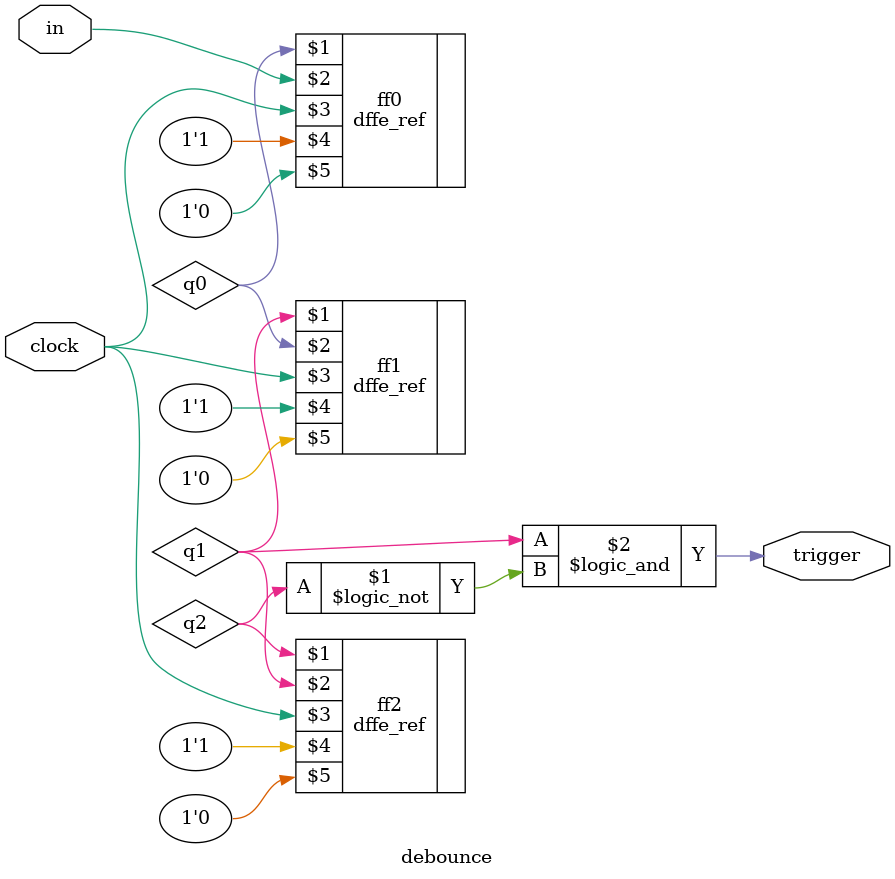
<source format=v>
module debounce(trigger, clock, in);
    input in, clock;
    output trigger;
    
    wire q0, q1, q2;
    dffe_ref ff0(q0, in, clock, 1'b1, 1'b0);
    dffe_ref ff1(q1, q0, clock, 1'b1, 1'b0);
    dffe_ref ff2(q2, q1, clock, 1'b1, 1'b0);

    assign trigger = q1 && !q2;
endmodule

</source>
